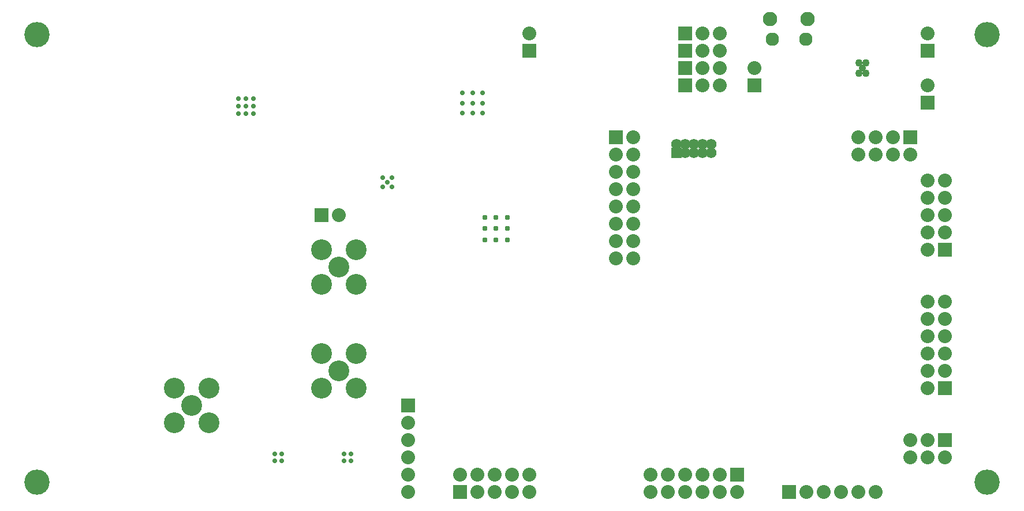
<source format=gbs>
G04 (created by PCBNEW-RS274X (2012-01-19 BZR 3256)-stable) date 10/11/2012 09:17:13*
G01*
G70*
G90*
%MOIN*%
G04 Gerber Fmt 3.4, Leading zero omitted, Abs format*
%FSLAX34Y34*%
G04 APERTURE LIST*
%ADD10C,0.006000*%
%ADD11C,0.083000*%
%ADD12C,0.077100*%
%ADD13C,0.029200*%
%ADD14C,0.029000*%
%ADD15R,0.080000X0.080000*%
%ADD16C,0.080000*%
%ADD17C,0.120000*%
%ADD18C,0.146000*%
%ADD19C,0.030600*%
%ADD20R,0.062000X0.062000*%
%ADD21C,0.062000*%
%ADD22C,0.043000*%
G04 APERTURE END LIST*
G54D10*
G54D11*
X70583Y-22169D03*
X68417Y-22169D03*
G54D12*
X70479Y-23339D03*
X68521Y-23339D03*
G54D13*
X44202Y-47702D03*
X43798Y-47702D03*
X43798Y-47298D03*
X44202Y-47298D03*
X40202Y-47702D03*
X39798Y-47702D03*
X39798Y-47298D03*
X40202Y-47298D03*
G54D14*
X51225Y-27025D03*
X51225Y-26431D03*
X51819Y-26431D03*
X51819Y-27025D03*
X51819Y-27619D03*
X51225Y-27619D03*
X50631Y-27619D03*
X50631Y-27025D03*
X50631Y-26431D03*
G54D13*
X38150Y-27200D03*
X37717Y-27200D03*
X37717Y-26767D03*
X38150Y-26767D03*
X38583Y-26767D03*
X38583Y-27200D03*
X38583Y-27633D03*
X38150Y-27633D03*
X37717Y-27633D03*
X46300Y-31600D03*
X46039Y-31339D03*
X46561Y-31339D03*
X46561Y-31861D03*
X46039Y-31861D03*
G54D15*
X59500Y-29000D03*
G54D16*
X60500Y-29000D03*
X59500Y-30000D03*
X60500Y-30000D03*
X59500Y-31000D03*
X60500Y-31000D03*
X59500Y-32000D03*
X60500Y-32000D03*
X59500Y-33000D03*
X60500Y-33000D03*
X59500Y-34000D03*
X60500Y-34000D03*
X59500Y-35000D03*
X60500Y-35000D03*
X59500Y-36000D03*
X60500Y-36000D03*
G54D15*
X66500Y-48500D03*
G54D16*
X66500Y-49500D03*
X65500Y-48500D03*
X65500Y-49500D03*
X64500Y-48500D03*
X64500Y-49500D03*
X63500Y-48500D03*
X63500Y-49500D03*
X62500Y-48500D03*
X62500Y-49500D03*
X61500Y-48500D03*
X61500Y-49500D03*
G54D15*
X78500Y-43500D03*
G54D16*
X77500Y-43500D03*
X78500Y-42500D03*
X77500Y-42500D03*
X78500Y-41500D03*
X77500Y-41500D03*
X78500Y-40500D03*
X77500Y-40500D03*
X78500Y-39500D03*
X77500Y-39500D03*
X78500Y-38500D03*
X77500Y-38500D03*
G54D15*
X78500Y-35500D03*
G54D16*
X77500Y-35500D03*
X78500Y-34500D03*
X77500Y-34500D03*
X78500Y-33500D03*
X77500Y-33500D03*
X78500Y-32500D03*
X77500Y-32500D03*
X78500Y-31500D03*
X77500Y-31500D03*
G54D15*
X50500Y-49500D03*
G54D16*
X50500Y-48500D03*
X51500Y-49500D03*
X51500Y-48500D03*
X52500Y-49500D03*
X52500Y-48500D03*
X53500Y-49500D03*
X53500Y-48500D03*
X54500Y-49500D03*
X54500Y-48500D03*
G54D15*
X76500Y-29000D03*
G54D16*
X76500Y-30000D03*
X75500Y-29000D03*
X75500Y-30000D03*
X74500Y-29000D03*
X74500Y-30000D03*
X73500Y-29000D03*
X73500Y-30000D03*
G54D15*
X78510Y-46500D03*
G54D16*
X78510Y-47500D03*
X77510Y-46500D03*
X77510Y-47500D03*
X76510Y-46500D03*
X76510Y-47500D03*
G54D15*
X69500Y-49500D03*
G54D16*
X70500Y-49500D03*
X71500Y-49500D03*
X72500Y-49500D03*
X73500Y-49500D03*
X74500Y-49500D03*
G54D15*
X47500Y-44500D03*
G54D16*
X47500Y-45500D03*
X47500Y-46500D03*
X47500Y-47500D03*
X47500Y-48500D03*
X47500Y-49500D03*
G54D15*
X63500Y-24000D03*
G54D16*
X64500Y-24000D03*
X65500Y-24000D03*
G54D15*
X63500Y-23000D03*
G54D16*
X64500Y-23000D03*
X65500Y-23000D03*
G54D15*
X63500Y-25000D03*
G54D16*
X64500Y-25000D03*
X65500Y-25000D03*
G54D15*
X63500Y-26000D03*
G54D16*
X64500Y-26000D03*
X65500Y-26000D03*
G54D15*
X67500Y-26000D03*
G54D16*
X67500Y-25000D03*
G54D17*
X43500Y-36500D03*
X42500Y-37500D03*
X44500Y-37500D03*
X44500Y-35500D03*
X42500Y-35500D03*
X35000Y-44500D03*
X36000Y-43500D03*
X34000Y-43500D03*
X34000Y-45500D03*
X36000Y-45500D03*
X43500Y-42500D03*
X42500Y-43500D03*
X44500Y-43500D03*
X44500Y-41500D03*
X42500Y-41500D03*
G54D15*
X54500Y-24000D03*
G54D16*
X54500Y-23000D03*
G54D15*
X77500Y-24000D03*
G54D16*
X77500Y-23000D03*
G54D15*
X77500Y-27000D03*
G54D16*
X77500Y-26000D03*
G54D15*
X42500Y-33500D03*
G54D16*
X43500Y-33500D03*
G54D18*
X26075Y-23075D03*
X80925Y-23075D03*
X80925Y-48925D03*
X26075Y-48925D03*
G54D19*
X52575Y-34275D03*
X52575Y-33625D03*
X53225Y-33625D03*
X53225Y-34275D03*
X53225Y-34925D03*
X52575Y-34925D03*
X51925Y-34925D03*
X51925Y-34275D03*
X51925Y-33625D03*
G54D20*
X63000Y-29900D03*
G54D21*
X63000Y-29400D03*
X63500Y-29900D03*
X63500Y-29400D03*
X64000Y-29900D03*
X64000Y-29400D03*
X64500Y-29900D03*
X64500Y-29400D03*
X65000Y-29900D03*
X65000Y-29400D03*
G54D22*
X73750Y-25000D03*
X73947Y-24705D03*
X73553Y-24705D03*
X73553Y-25295D03*
X73947Y-25295D03*
M02*

</source>
